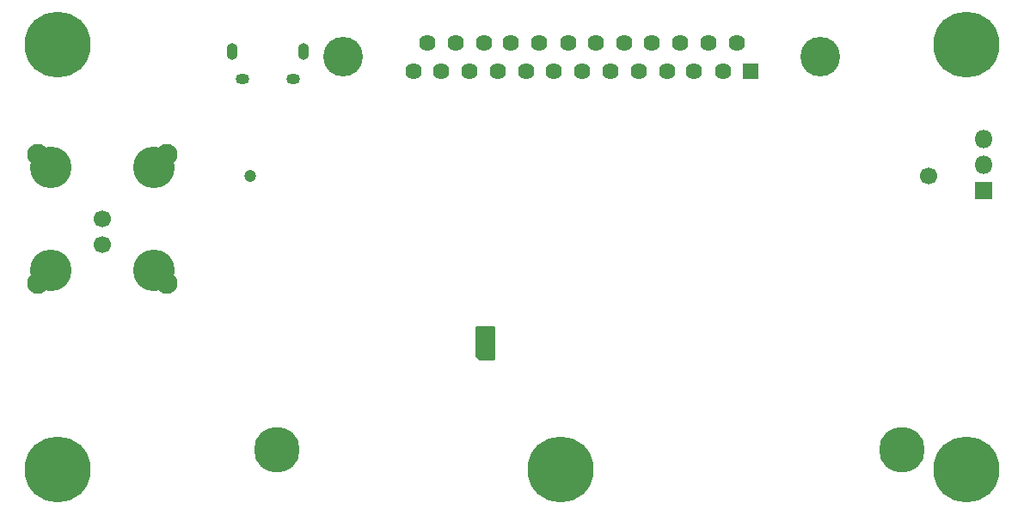
<source format=gbs>
G04 #@! TF.FileFunction,Soldermask,Bot*
%FSLAX46Y46*%
G04 Gerber Fmt 4.6, Leading zero omitted, Abs format (unit mm)*
G04 Created by KiCad (PCBNEW 4.0.6) date Fri Jul 21 15:58:06 2017*
%MOMM*%
%LPD*%
G01*
G04 APERTURE LIST*
%ADD10C,0.100000*%
%ADD11C,3.910000*%
%ADD12R,1.620000X1.620000*%
%ADD13C,1.620000*%
%ADD14O,1.350000X1.050000*%
%ADD15O,1.100000X1.650000*%
%ADD16R,1.800000X1.800000*%
%ADD17O,1.800000X1.800000*%
%ADD18C,1.700000*%
%ADD19C,4.100000*%
%ADD20C,2.100000*%
%ADD21C,1.200000*%
%ADD22C,4.500000*%
%ADD23C,6.500000*%
%ADD24C,0.254000*%
G04 APERTURE END LIST*
D10*
D11*
X127245000Y-36740000D03*
X80255000Y-36740000D03*
D12*
X120385000Y-38140000D03*
D13*
X117595000Y-38140000D03*
X114795000Y-38140000D03*
X112125000Y-38140000D03*
X109335000Y-38140000D03*
X106545000Y-38140000D03*
X103745000Y-38140000D03*
X100955000Y-38140000D03*
X98285000Y-38140000D03*
X95495000Y-38140000D03*
X92695000Y-38140000D03*
X89905000Y-38140000D03*
X87115000Y-38140000D03*
X118985000Y-35350000D03*
X116195000Y-35350000D03*
X113395000Y-35350000D03*
X110605000Y-35350000D03*
X107935000Y-35350000D03*
X105145000Y-35350000D03*
X102355000Y-35350000D03*
X99555000Y-35350000D03*
X96765000Y-35350000D03*
X94095000Y-35350000D03*
X91305000Y-35350000D03*
X88505000Y-35350000D03*
D14*
X75295000Y-38915000D03*
X70295000Y-38915000D03*
D15*
X76295000Y-36215000D03*
X69295000Y-36215000D03*
D16*
X143269000Y-49921000D03*
D17*
X143269000Y-47381000D03*
X143269000Y-44841000D03*
D18*
X56528000Y-52715000D03*
X56528000Y-55255000D03*
D19*
X51448000Y-57795000D03*
X51448000Y-47635000D03*
X61608000Y-47635000D03*
X61608000Y-57795000D03*
D20*
X50178000Y-46365000D03*
X50178000Y-59065000D03*
X62878000Y-59065000D03*
X62878000Y-46365000D03*
D18*
X137870000Y-48465000D03*
D21*
X71070000Y-48465000D03*
D22*
X73670000Y-75465000D03*
X135270000Y-75465000D03*
D23*
X141618000Y-35570000D03*
X141618000Y-77480000D03*
X52083000Y-35570000D03*
X52083000Y-77480000D03*
X101613000Y-77480000D03*
D24*
G36*
X95009000Y-66558000D02*
X93664606Y-66558000D01*
X93358000Y-66251394D01*
X93358000Y-63383000D01*
X95009000Y-63383000D01*
X95009000Y-66558000D01*
X95009000Y-66558000D01*
G37*
X95009000Y-66558000D02*
X93664606Y-66558000D01*
X93358000Y-66251394D01*
X93358000Y-63383000D01*
X95009000Y-63383000D01*
X95009000Y-66558000D01*
M02*

</source>
